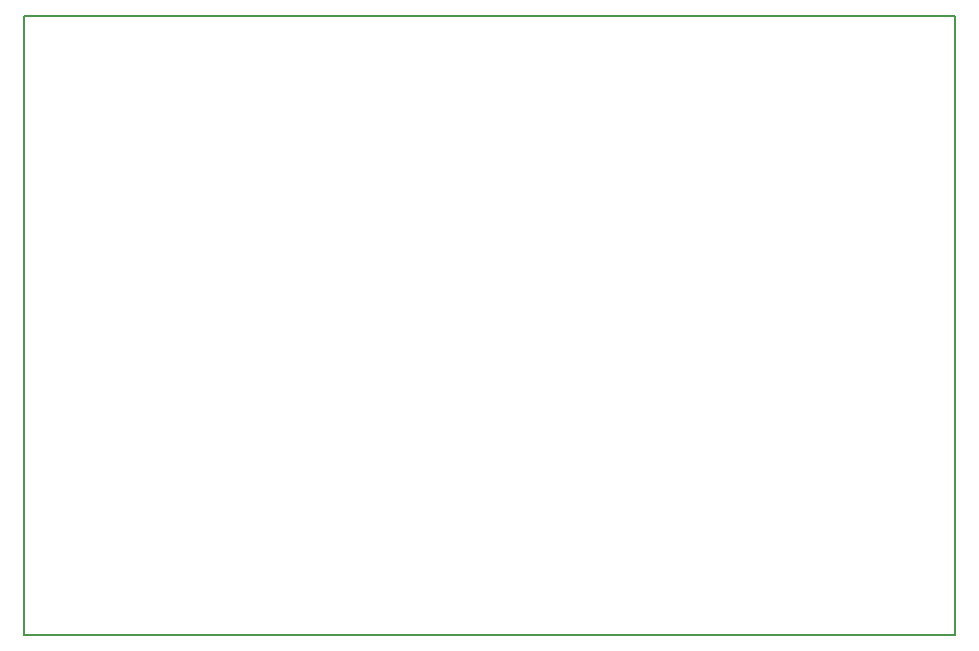
<source format=gbr>
%TF.GenerationSoftware,KiCad,Pcbnew,(6.0.1)*%
%TF.CreationDate,2022-02-20T06:36:07+01:00*%
%TF.ProjectId,OK,4f4b2e6b-6963-4616-945f-706362585858,rev?*%
%TF.SameCoordinates,Original*%
%TF.FileFunction,Profile,NP*%
%FSLAX46Y46*%
G04 Gerber Fmt 4.6, Leading zero omitted, Abs format (unit mm)*
G04 Created by KiCad (PCBNEW (6.0.1)) date 2022-02-20 06:36:07*
%MOMM*%
%LPD*%
G01*
G04 APERTURE LIST*
%TA.AperFunction,Profile*%
%ADD10C,0.150000*%
%TD*%
G04 APERTURE END LIST*
D10*
X102850000Y-32330000D02*
X181630000Y-32330000D01*
X181630000Y-32330000D02*
X181630000Y-84670000D01*
X181630000Y-84670000D02*
X102850000Y-84670000D01*
X102850000Y-84670000D02*
X102850000Y-32330000D01*
M02*

</source>
